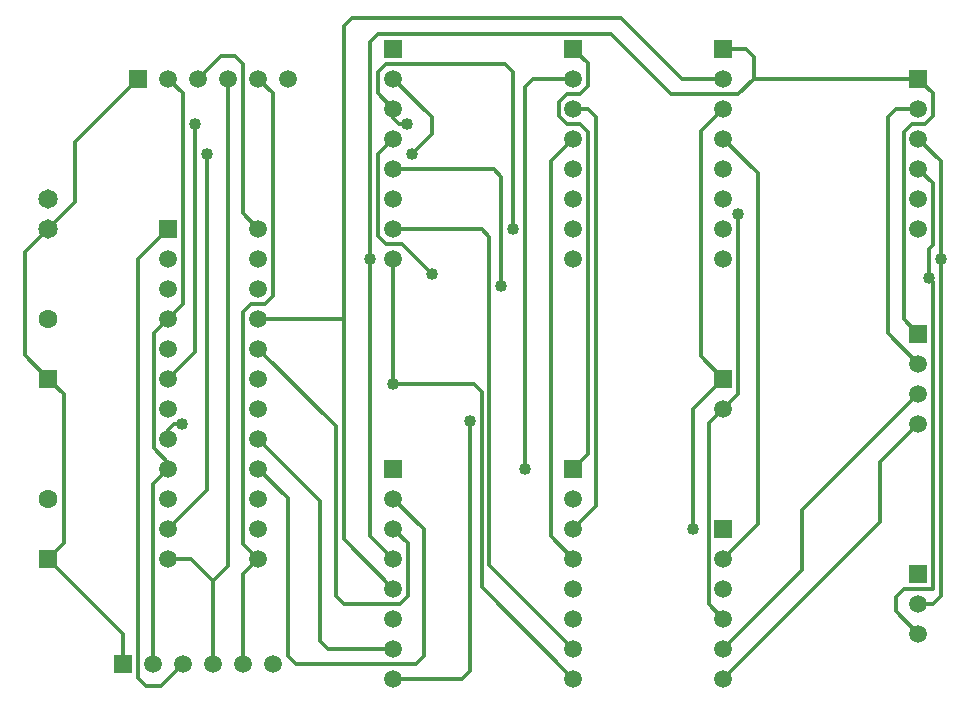
<source format=gbr>
G04 DipTrace 2.4.0.2*
%INBottom.gbr*%
%MOIN*%
%ADD13C,0.013*%
%ADD14R,0.0591X0.0591*%
%ADD15C,0.0591*%
%ADD16C,0.065*%
%ADD17C,0.063*%
%ADD18R,0.063X0.063*%
%ADD19C,0.04*%
%FSLAX44Y44*%
G04*
G70*
G90*
G75*
G01*
%LNBottom*%
%LPD*%
X8484Y6440D2*
D13*
Y7440D1*
X5984Y9940D1*
Y20940D2*
X6884Y21840D1*
Y23840D1*
X8984Y25940D1*
X5984Y15940D2*
X5204Y16720D1*
Y20161D1*
X5984Y20940D1*
Y9940D2*
X6494Y10450D1*
Y15430D1*
X5984Y15940D1*
X12484Y6440D2*
Y9440D1*
X12984Y9940D1*
X12484Y10440D1*
Y18170D1*
X12744Y18430D1*
X13214D1*
X13474Y18690D1*
Y25450D1*
X12984Y25940D1*
X9984Y9940D2*
X10734D1*
X11484Y9190D1*
X11984Y9690D1*
Y25940D1*
X11484Y9190D2*
Y6440D1*
X11264Y23430D2*
Y12220D1*
X9984Y10940D1*
X18099Y23430D2*
X18753Y24085D1*
Y24670D1*
X17484Y25940D1*
X10869Y24430D2*
Y16825D1*
X9984Y15940D1*
X21474Y20940D2*
Y26170D1*
X21214Y26430D1*
X17234D1*
X16974Y26170D1*
Y25450D1*
X17484Y24940D1*
Y24630D1*
X17684Y24430D1*
X17926D1*
X34984Y23940D2*
X35734Y23190D1*
Y19940D1*
X18764Y19430D2*
X17764Y20430D1*
X17234D1*
X16974Y20690D1*
Y23431D1*
X17484Y23940D1*
X35734Y19940D2*
Y8700D1*
X35474Y8440D1*
X34984D1*
X17484Y22940D2*
X20819D1*
X21079Y22680D1*
Y19035D1*
X34984Y7440D2*
X34234Y8190D1*
Y8670D1*
X34494Y8930D1*
X35474D1*
Y19150D1*
X35339Y19285D1*
Y20268D1*
X35474Y20403D1*
Y22450D1*
X34984Y22940D1*
X28484Y7940D2*
X27994Y8430D1*
Y14450D1*
X28484Y14940D1*
X28974Y15430D1*
Y21430D1*
X17484Y20940D2*
X20424D1*
X20684Y20680D1*
Y9740D1*
X23484Y6940D1*
X28484D2*
X31099Y9556D1*
Y11556D1*
X34984Y15440D1*
X23484Y5940D2*
X20424Y9000D1*
Y15490D1*
X20164Y15750D1*
X17484D1*
X28484Y5940D2*
X33714Y11170D1*
Y13170D1*
X34984Y14440D1*
X10426Y14430D2*
X10184D1*
X9984Y14230D1*
Y13940D1*
X17484Y15750D2*
Y19940D1*
X9984Y25940D2*
X10474Y25450D1*
Y18430D1*
X9984Y17940D1*
Y12940D2*
X9484Y12440D1*
Y6440D1*
X9984Y17940D2*
X9494Y17450D1*
Y13625D1*
X9984Y13135D1*
Y12940D1*
X10484Y6440D2*
X9734Y5690D1*
X9234D1*
X8974Y5950D1*
Y19930D1*
X9984Y20940D1*
X10984Y25940D2*
X11734Y26690D1*
X12214D1*
X12474Y26430D1*
Y21450D1*
X12984Y20940D1*
X21869Y12940D2*
Y25680D1*
X22128Y25940D1*
X23484D1*
X17484Y11940D2*
X18494Y10930D1*
Y6690D1*
X18234Y6430D1*
X14234D1*
X13974Y6690D1*
Y11950D1*
X12984Y12940D1*
X23484Y10940D2*
X24234Y11690D1*
Y24680D1*
X23974Y24940D1*
X23484D1*
X17484Y10940D2*
X17974Y10450D1*
Y8690D1*
X17714Y8430D1*
X15829D1*
X15569Y8690D1*
Y14355D1*
X12984Y16940D1*
X23484Y9940D2*
X22734Y10690D1*
Y23190D1*
X23484Y23940D1*
X17484Y9940D2*
X16714Y10709D1*
Y19940D1*
Y27170D1*
X16974Y27430D1*
X24735D1*
X26735Y25430D1*
X28984D1*
X29494Y25940D1*
Y26680D1*
X29234Y26940D1*
X28484D1*
X29494Y25940D2*
X34984D1*
X35474Y25450D1*
Y24690D1*
X35214Y24430D1*
X34753D1*
X34494Y24170D1*
Y17930D1*
X34984Y17440D1*
X20029Y14520D2*
Y6200D1*
X19769Y5940D1*
X17484D1*
X23484Y12940D2*
X23974Y13430D1*
Y24170D1*
X23714Y24430D1*
X23253D1*
X22994Y24690D1*
Y25170D1*
X23253Y25430D1*
X23714D1*
X23974Y25690D1*
Y26450D1*
X23484Y26940D1*
X28484Y25940D2*
X27094D1*
X25084Y27950D1*
X16089D1*
X15829Y27690D1*
Y17940D1*
Y10595D1*
X17484Y8940D1*
X34984Y24940D2*
X34234D1*
X33974Y24680D1*
Y17450D1*
X34984Y16440D1*
X15829Y17940D2*
X12984D1*
X28484Y24940D2*
X27734Y24190D1*
Y16690D1*
X28484Y15940D1*
X27474Y14930D1*
Y10940D1*
X17484Y6940D2*
X15309D1*
X15049Y7200D1*
Y11874D1*
X12984Y13940D1*
X28484Y9940D2*
X29629Y11085D1*
Y22795D1*
X28484Y23940D1*
D19*
X11264Y23430D3*
X18099D3*
X10869Y24430D3*
X17926D3*
X21474Y20940D3*
X18764Y19430D3*
X35734Y19940D3*
X21079Y19035D3*
X35339Y19285D3*
X28974Y21430D3*
X10426Y14430D3*
X17484Y15750D3*
X21869Y12940D3*
X16714Y19940D3*
X20029Y14520D3*
X27474Y10940D3*
D14*
X9984Y20940D3*
D15*
Y19940D3*
Y18940D3*
Y17940D3*
Y16940D3*
Y15940D3*
Y14940D3*
Y13940D3*
Y12940D3*
Y11940D3*
Y10940D3*
Y9940D3*
X12984D3*
Y10940D3*
Y11940D3*
Y12940D3*
Y13940D3*
Y14940D3*
Y15940D3*
Y16940D3*
Y17940D3*
Y18940D3*
Y19940D3*
Y20940D3*
D14*
X28484Y15940D3*
D15*
Y14940D3*
D14*
X8984Y25940D3*
D15*
X9984D3*
X10984D3*
X11984D3*
X12984D3*
X13984D3*
D16*
X5984Y20940D3*
Y21940D3*
D17*
Y11940D3*
D18*
Y9940D3*
D17*
Y17940D3*
D18*
Y15940D3*
D14*
X8484Y6440D3*
D15*
X9484D3*
X10484D3*
X11484D3*
X12484D3*
X13484D3*
D14*
X34984Y9440D3*
D15*
Y8440D3*
Y7440D3*
D14*
Y17440D3*
D15*
Y16440D3*
Y15440D3*
Y14440D3*
D14*
X17484Y26940D3*
D15*
Y25940D3*
Y24940D3*
Y23940D3*
Y22940D3*
Y21940D3*
Y20940D3*
Y19940D3*
D14*
Y12940D3*
D15*
Y11940D3*
Y10940D3*
Y9940D3*
Y8940D3*
Y7940D3*
Y6940D3*
Y5940D3*
D14*
X34984Y25940D3*
D15*
Y24940D3*
Y23940D3*
Y22940D3*
Y21940D3*
Y20940D3*
D14*
X28484Y10940D3*
D15*
Y9940D3*
Y8940D3*
Y7940D3*
Y6940D3*
Y5940D3*
D14*
X23484Y26940D3*
D15*
Y25940D3*
Y24940D3*
Y23940D3*
Y22940D3*
Y21940D3*
Y20940D3*
Y19940D3*
D14*
Y12940D3*
D15*
Y11940D3*
Y10940D3*
Y9940D3*
Y8940D3*
Y7940D3*
Y6940D3*
Y5940D3*
D14*
X28484Y26940D3*
D15*
Y25940D3*
Y24940D3*
Y23940D3*
Y22940D3*
Y21940D3*
Y20940D3*
Y19940D3*
M02*

</source>
